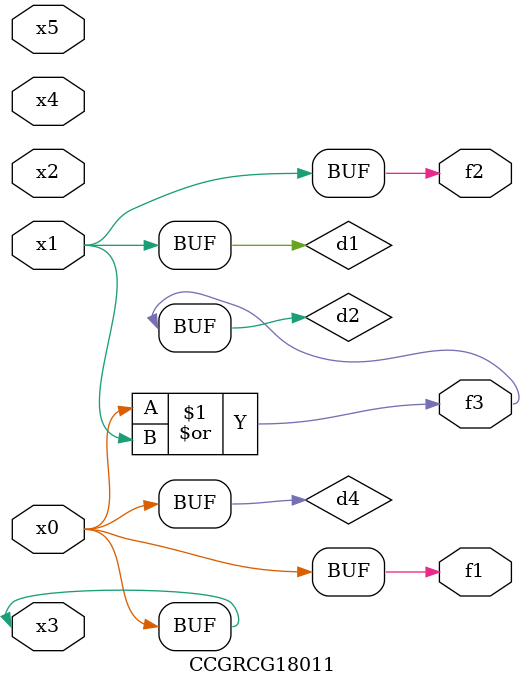
<source format=v>
module CCGRCG18011(
	input x0, x1, x2, x3, x4, x5,
	output f1, f2, f3
);

	wire d1, d2, d3, d4;

	and (d1, x1);
	or (d2, x0, x1);
	nand (d3, x0, x5);
	buf (d4, x0, x3);
	assign f1 = d4;
	assign f2 = d1;
	assign f3 = d2;
endmodule

</source>
